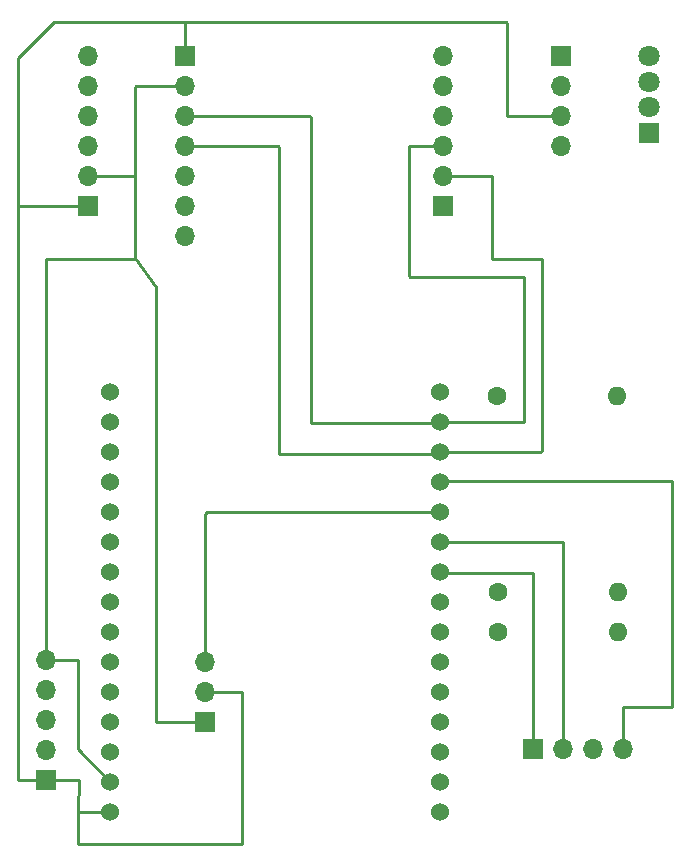
<source format=gbr>
%TF.GenerationSoftware,KiCad,Pcbnew,(5.1.10)-1*%
%TF.CreationDate,2021-10-26T11:38:04-05:00*%
%TF.ProjectId,co2_project,636f325f-7072-46f6-9a65-63742e6b6963,rev?*%
%TF.SameCoordinates,Original*%
%TF.FileFunction,Copper,L2,Bot*%
%TF.FilePolarity,Positive*%
%FSLAX46Y46*%
G04 Gerber Fmt 4.6, Leading zero omitted, Abs format (unit mm)*
G04 Created by KiCad (PCBNEW (5.1.10)-1) date 2021-10-26 11:38:04*
%MOMM*%
%LPD*%
G01*
G04 APERTURE LIST*
%TA.AperFunction,ComponentPad*%
%ADD10O,1.700000X1.700000*%
%TD*%
%TA.AperFunction,ComponentPad*%
%ADD11R,1.700000X1.700000*%
%TD*%
%TA.AperFunction,ComponentPad*%
%ADD12R,1.800000X1.800000*%
%TD*%
%TA.AperFunction,ComponentPad*%
%ADD13C,1.800000*%
%TD*%
%TA.AperFunction,ComponentPad*%
%ADD14C,1.600000*%
%TD*%
%TA.AperFunction,ComponentPad*%
%ADD15O,1.600000X1.600000*%
%TD*%
%TA.AperFunction,ComponentPad*%
%ADD16C,1.524000*%
%TD*%
%TA.AperFunction,Conductor*%
%ADD17C,0.250000*%
%TD*%
G04 APERTURE END LIST*
D10*
%TO.P,U7,4*%
%TO.N,Net-(U2-Pad27)*%
X156370000Y-128000000D03*
%TO.P,U7,3*%
%TO.N,Net-(U7-Pad3)*%
X153830000Y-128000000D03*
%TO.P,U7,2*%
%TO.N,Net-(D1-Pad2)*%
X151290000Y-128000000D03*
D11*
%TO.P,U7,1*%
%TO.N,Net-(U2-Pad24)*%
X148750000Y-128000000D03*
%TD*%
D10*
%TO.P,U4,6*%
%TO.N,N/C*%
X141150000Y-69250000D03*
%TO.P,U4,5*%
X141150000Y-71790000D03*
%TO.P,U4,4*%
X141150000Y-74330000D03*
%TO.P,U4,3*%
%TO.N,Net-(U2-Pad29)*%
X141150000Y-76870000D03*
%TO.P,U4,2*%
%TO.N,Net-(U2-Pad28)*%
X141150000Y-79410000D03*
D11*
%TO.P,U4,1*%
%TO.N,N/C*%
X141150000Y-81950000D03*
%TD*%
D10*
%TO.P,U6,7*%
%TO.N,N/C*%
X119300000Y-84540000D03*
%TO.P,U6,6*%
X119300000Y-82000000D03*
%TO.P,U6,5*%
X119300000Y-79460000D03*
%TO.P,U6,4*%
%TO.N,Net-(U2-Pad28)*%
X119300000Y-76920000D03*
%TO.P,U6,3*%
%TO.N,Net-(U2-Pad29)*%
X119300000Y-74380000D03*
%TO.P,U6,2*%
%TO.N,Net-(J1-Pad5)*%
X119300000Y-71840000D03*
D11*
%TO.P,U6,1*%
%TO.N,Net-(J1-Pad1)*%
X119300000Y-69300000D03*
%TD*%
D10*
%TO.P,U5,6*%
%TO.N,N/C*%
X111050000Y-69300000D03*
%TO.P,U5,5*%
X111050000Y-71840000D03*
%TO.P,U5,4*%
X111050000Y-74380000D03*
%TO.P,U5,3*%
X111050000Y-76920000D03*
%TO.P,U5,2*%
%TO.N,Net-(J1-Pad5)*%
X111050000Y-79460000D03*
D11*
%TO.P,U5,1*%
%TO.N,Net-(J1-Pad1)*%
X111050000Y-82000000D03*
%TD*%
D10*
%TO.P,J1,5*%
%TO.N,Net-(J1-Pad5)*%
X107500000Y-120390000D03*
%TO.P,J1,4*%
%TO.N,Net-(J1-Pad4)*%
X107500000Y-122930000D03*
%TO.P,J1,3*%
%TO.N,Net-(J1-Pad3)*%
X107500000Y-125470000D03*
%TO.P,J1,2*%
%TO.N,Net-(J1-Pad2)*%
X107500000Y-128010000D03*
D11*
%TO.P,J1,1*%
%TO.N,Net-(J1-Pad1)*%
X107500000Y-130550000D03*
%TD*%
D12*
%TO.P,D1,1*%
%TO.N,Net-(D1-Pad1)*%
X158600000Y-75800000D03*
D13*
%TO.P,D1,2*%
%TO.N,Net-(D1-Pad2)*%
X158600000Y-73641000D03*
%TO.P,D1,3*%
%TO.N,Net-(D1-Pad3)*%
X158600000Y-71482000D03*
%TO.P,D1,4*%
%TO.N,Net-(D1-Pad4)*%
X158600000Y-69323000D03*
%TD*%
D14*
%TO.P,R1,1*%
%TO.N,Net-(R1-Pad1)*%
X145800000Y-118100000D03*
D15*
%TO.P,R1,2*%
%TO.N,Net-(D1-Pad4)*%
X155960000Y-118100000D03*
%TD*%
%TO.P,R1,2*%
%TO.N,Net-(D1-Pad3)*%
X155960000Y-114700000D03*
D14*
%TO.P,R1,1*%
%TO.N,Net-(R2-Pad1)*%
X145800000Y-114700000D03*
%TD*%
%TO.P,R1,1*%
%TO.N,Net-(R3-Pad1)*%
X145700000Y-98050000D03*
D15*
%TO.P,R1,2*%
%TO.N,Net-(D1-Pad1)*%
X155860000Y-98050000D03*
%TD*%
D11*
%TO.P,U1,1*%
%TO.N,Net-(J1-Pad5)*%
X121000000Y-125700000D03*
D10*
%TO.P,U1,2*%
%TO.N,Net-(J1-Pad1)*%
X121000000Y-123160000D03*
%TO.P,U1,3*%
%TO.N,Net-(U1-Pad3)*%
X121000000Y-120620000D03*
%TD*%
D16*
%TO.P,U2,1*%
%TO.N,Net-(U2-Pad1)*%
X112980000Y-97730000D03*
%TO.P,U2,2*%
%TO.N,Net-(U2-Pad2)*%
X112980000Y-100270000D03*
%TO.P,U2,3*%
%TO.N,Net-(U2-Pad3)*%
X112980000Y-102810000D03*
%TO.P,U2,4*%
%TO.N,Net-(U2-Pad4)*%
X112980000Y-105350000D03*
%TO.P,U2,5*%
%TO.N,Net-(U2-Pad5)*%
X112980000Y-107890000D03*
%TO.P,U2,6*%
%TO.N,Net-(U2-Pad6)*%
X112980000Y-110430000D03*
%TO.P,U2,7*%
%TO.N,Net-(U2-Pad7)*%
X112980000Y-112970000D03*
%TO.P,U2,8*%
%TO.N,Net-(U2-Pad8)*%
X112980000Y-115510000D03*
%TO.P,U2,9*%
%TO.N,Net-(U2-Pad9)*%
X112980000Y-118050000D03*
%TO.P,U2,10*%
%TO.N,Net-(U2-Pad10)*%
X112980000Y-120590000D03*
%TO.P,U2,11*%
%TO.N,Net-(U2-Pad11)*%
X112980000Y-123130000D03*
%TO.P,U2,12*%
%TO.N,Net-(U2-Pad12)*%
X112980000Y-125670000D03*
%TO.P,U2,13*%
%TO.N,Net-(U2-Pad13)*%
X112980000Y-128210000D03*
%TO.P,U2,14*%
%TO.N,Net-(J1-Pad5)*%
X112980000Y-130750000D03*
%TO.P,U2,15*%
%TO.N,Net-(J1-Pad1)*%
X112980000Y-133290000D03*
%TO.P,U2,16*%
%TO.N,Net-(U2-Pad16)*%
X140920000Y-133290000D03*
%TO.P,U2,17*%
%TO.N,Net-(U2-Pad17)*%
X140920000Y-130750000D03*
%TO.P,U2,18*%
%TO.N,Net-(U2-Pad18)*%
X140920000Y-128210000D03*
%TO.P,U2,19*%
%TO.N,Net-(U2-Pad19)*%
X140920000Y-125670000D03*
%TO.P,U2,20*%
%TO.N,Net-(R1-Pad1)*%
X140920000Y-123130000D03*
%TO.P,U2,21*%
%TO.N,Net-(R2-Pad1)*%
X140920000Y-120590000D03*
%TO.P,U2,22*%
%TO.N,Net-(U2-Pad22)*%
X140920000Y-118050000D03*
%TO.P,U2,23*%
%TO.N,Net-(U2-Pad23)*%
X140920000Y-115510000D03*
%TO.P,U2,24*%
%TO.N,Net-(U2-Pad24)*%
X140920000Y-112970000D03*
%TO.P,U2,25*%
%TO.N,Net-(D1-Pad2)*%
X140920000Y-110430000D03*
%TO.P,U2,26*%
%TO.N,Net-(U1-Pad3)*%
X140920000Y-107890000D03*
%TO.P,U2,27*%
%TO.N,Net-(U2-Pad27)*%
X140920000Y-105350000D03*
%TO.P,U2,28*%
%TO.N,Net-(U2-Pad28)*%
X140920000Y-102810000D03*
%TO.P,U2,29*%
%TO.N,Net-(U2-Pad29)*%
X140920000Y-100270000D03*
%TO.P,U2,30*%
%TO.N,Net-(R3-Pad1)*%
X140920000Y-97730000D03*
%TD*%
D11*
%TO.P,U3,1*%
%TO.N,Net-(U2-Pad23)*%
X151100000Y-69300000D03*
D10*
%TO.P,U3,2*%
%TO.N,Net-(U2-Pad22)*%
X151100000Y-71840000D03*
%TO.P,U3,3*%
%TO.N,Net-(J1-Pad1)*%
X151100000Y-74380000D03*
%TO.P,U3,4*%
%TO.N,Net-(U2-Pad24)*%
X151100000Y-76920000D03*
%TD*%
D17*
%TO.N,Net-(D1-Pad2)*%
X151290000Y-128000000D02*
X151290000Y-110440000D01*
X140930000Y-110440000D02*
X140920000Y-110430000D01*
X151290000Y-110440000D02*
X140930000Y-110440000D01*
%TO.N,Net-(J1-Pad1)*%
X107500000Y-130550000D02*
X110300000Y-130550000D01*
X107500000Y-130550000D02*
X105150000Y-130550000D01*
X105150000Y-69450000D02*
X105300000Y-69300000D01*
X108200000Y-66400000D02*
X105300000Y-69300000D01*
X119300000Y-66400000D02*
X108200000Y-66400000D01*
X119300000Y-69300000D02*
X119300000Y-66400000D01*
X151100000Y-74380000D02*
X146580000Y-74380000D01*
X146580000Y-74380000D02*
X146600000Y-74360000D01*
X146600000Y-74360000D02*
X146600000Y-66500000D01*
X146500000Y-66400000D02*
X119300000Y-66400000D01*
X146600000Y-66500000D02*
X146500000Y-66400000D01*
X111050000Y-82000000D02*
X105150000Y-82000000D01*
X105150000Y-82000000D02*
X105150000Y-69450000D01*
X105150000Y-130550000D02*
X105150000Y-82000000D01*
X124100000Y-136000000D02*
X110250000Y-136000000D01*
X124150000Y-123200000D02*
X124100000Y-136000000D01*
X124110000Y-123160000D02*
X124150000Y-123200000D01*
X121000000Y-123160000D02*
X124110000Y-123160000D01*
X110310000Y-133290000D02*
X110274538Y-133325462D01*
X112980000Y-133290000D02*
X110310000Y-133290000D01*
X110274538Y-133325462D02*
X110300000Y-130550000D01*
X110250000Y-136000000D02*
X110274538Y-133325462D01*
%TO.N,Net-(R3-Pad1)*%
X140620000Y-97750000D02*
X140570000Y-97700000D01*
%TO.N,Net-(U1-Pad3)*%
X121000000Y-120620000D02*
X121000000Y-108050000D01*
X121160000Y-107890000D02*
X140920000Y-107890000D01*
X121000000Y-108050000D02*
X121160000Y-107890000D01*
%TO.N,Net-(U2-Pad10)*%
X112980000Y-120590000D02*
X112980000Y-120570000D01*
X112980000Y-120570000D02*
X113000000Y-120550000D01*
%TO.N,Net-(U2-Pad11)*%
X112530000Y-123200000D02*
X112630000Y-123100000D01*
X112730000Y-123000000D02*
X112630000Y-123100000D01*
%TO.N,Net-(U2-Pad28)*%
X140600000Y-102750000D02*
X140570000Y-102780000D01*
X140780000Y-102950000D02*
X140920000Y-102810000D01*
X127250000Y-102950000D02*
X140780000Y-102950000D01*
X127250000Y-77000000D02*
X127250000Y-102950000D01*
X127170000Y-76920000D02*
X127250000Y-77000000D01*
X119300000Y-76920000D02*
X127170000Y-76920000D01*
X149500000Y-102700000D02*
X149390000Y-102810000D01*
X149390000Y-102810000D02*
X140920000Y-102810000D01*
X149500000Y-86500000D02*
X149500000Y-102700000D01*
X145250000Y-86500000D02*
X149500000Y-86500000D01*
X145250000Y-79450000D02*
X145250000Y-86500000D01*
X145210000Y-79410000D02*
X145250000Y-79450000D01*
X141150000Y-79410000D02*
X145210000Y-79410000D01*
%TO.N,Net-(U2-Pad29)*%
X140510000Y-100300000D02*
X140570000Y-100240000D01*
X141150000Y-76870000D02*
X138330000Y-76870000D01*
X138330000Y-76870000D02*
X138300000Y-76900000D01*
X138300000Y-76900000D02*
X138300000Y-87950000D01*
X138350000Y-88000000D02*
X144200000Y-88000000D01*
X138300000Y-87950000D02*
X138350000Y-88000000D01*
X144000000Y-88000000D02*
X144200000Y-88000000D01*
X140790000Y-100400000D02*
X140920000Y-100270000D01*
X130000000Y-100400000D02*
X140790000Y-100400000D01*
X130000000Y-74500000D02*
X130000000Y-100400000D01*
X129880000Y-74380000D02*
X130000000Y-74500000D01*
X119300000Y-74380000D02*
X129880000Y-74380000D01*
X140950000Y-100300000D02*
X140920000Y-100270000D01*
X148000000Y-100300000D02*
X140950000Y-100300000D01*
X148000000Y-88000000D02*
X148000000Y-100300000D01*
X144200000Y-88000000D02*
X148000000Y-88000000D01*
%TO.N,Net-(J1-Pad5)*%
X119300000Y-71840000D02*
X115140000Y-71840000D01*
X115140000Y-71840000D02*
X115100000Y-71880000D01*
X115100000Y-86450000D02*
X107500000Y-86450000D01*
X107500000Y-120390000D02*
X107500000Y-86450000D01*
X114990000Y-79460000D02*
X115100000Y-79350000D01*
X111050000Y-79460000D02*
X114990000Y-79460000D01*
X115100000Y-79350000D02*
X115100000Y-86450000D01*
X115100000Y-71880000D02*
X115100000Y-79350000D01*
X110190000Y-120390000D02*
X107500000Y-120390000D01*
X110200000Y-120400000D02*
X110190000Y-120390000D01*
X110200000Y-127970000D02*
X110200000Y-120400000D01*
X112980000Y-130750000D02*
X110200000Y-127970000D01*
X116850000Y-88850000D02*
X115100000Y-86400000D01*
X116850000Y-125700000D02*
X116850000Y-88850000D01*
X121000000Y-125700000D02*
X116850000Y-125700000D01*
%TO.N,Net-(U2-Pad24)*%
X141050000Y-113100000D02*
X140920000Y-112970000D01*
X148750000Y-113100000D02*
X141050000Y-113100000D01*
X148750000Y-128000000D02*
X148750000Y-113100000D01*
%TO.N,Net-(U2-Pad27)*%
X140750000Y-105500000D02*
X140570000Y-105320000D01*
X156390000Y-124450000D02*
X160550000Y-124450000D01*
X156370000Y-124430000D02*
X156390000Y-124450000D01*
X156370000Y-128000000D02*
X156370000Y-124430000D01*
X160550000Y-124450000D02*
X160550000Y-105250000D01*
X141020000Y-105250000D02*
X140920000Y-105350000D01*
X160550000Y-105250000D02*
X141020000Y-105250000D01*
%TD*%
M02*

</source>
